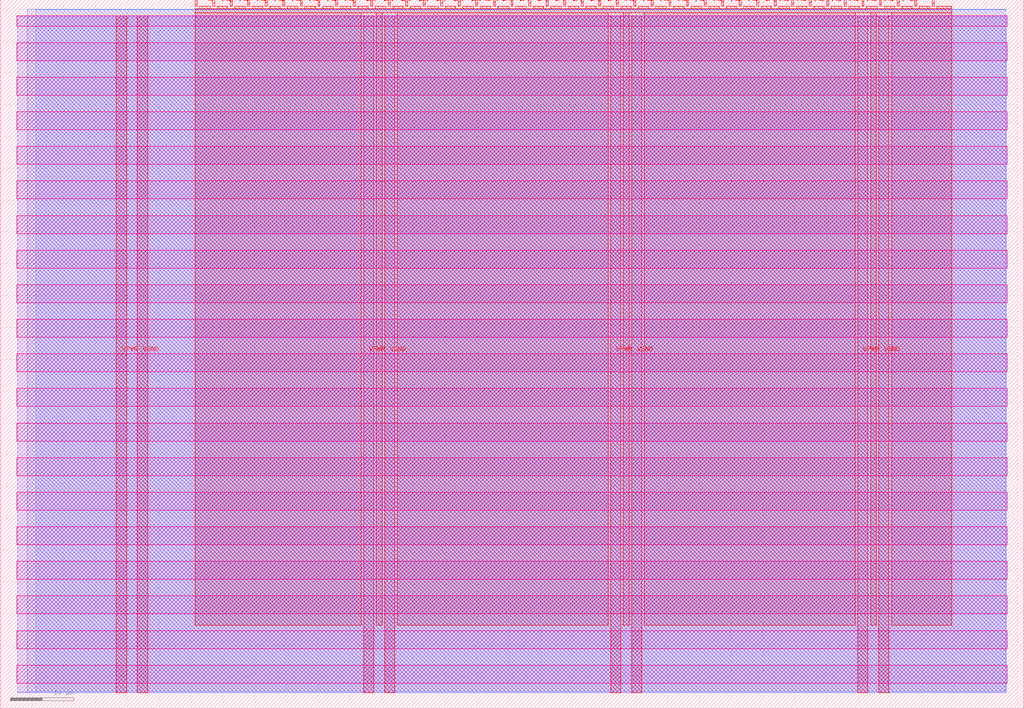
<source format=lef>
VERSION 5.7 ;
  NOWIREEXTENSIONATPIN ON ;
  DIVIDERCHAR "/" ;
  BUSBITCHARS "[]" ;
MACRO tt_um_urish_simon
  CLASS BLOCK ;
  FOREIGN tt_um_urish_simon ;
  ORIGIN 0.000 0.000 ;
  SIZE 161.000 BY 111.520 ;
  PIN VGND
    DIRECTION INOUT ;
    USE GROUND ;
    PORT
      LAYER met4 ;
        RECT 21.580 2.480 23.180 109.040 ;
    END
    PORT
      LAYER met4 ;
        RECT 60.450 2.480 62.050 109.040 ;
    END
    PORT
      LAYER met4 ;
        RECT 99.320 2.480 100.920 109.040 ;
    END
    PORT
      LAYER met4 ;
        RECT 138.190 2.480 139.790 109.040 ;
    END
  END VGND
  PIN VPWR
    DIRECTION INOUT ;
    USE POWER ;
    PORT
      LAYER met4 ;
        RECT 18.280 2.480 19.880 109.040 ;
    END
    PORT
      LAYER met4 ;
        RECT 57.150 2.480 58.750 109.040 ;
    END
    PORT
      LAYER met4 ;
        RECT 96.020 2.480 97.620 109.040 ;
    END
    PORT
      LAYER met4 ;
        RECT 134.890 2.480 136.490 109.040 ;
    END
  END VPWR
  PIN clk
    DIRECTION INPUT ;
    USE SIGNAL ;
    ANTENNAGATEAREA 0.852000 ;
    PORT
      LAYER met4 ;
        RECT 143.830 110.520 144.130 111.520 ;
    END
  END clk
  PIN ena
    DIRECTION INPUT ;
    USE SIGNAL ;
    PORT
      LAYER met4 ;
        RECT 146.590 110.520 146.890 111.520 ;
    END
  END ena
  PIN rst_n
    DIRECTION INPUT ;
    USE SIGNAL ;
    ANTENNAGATEAREA 0.126000 ;
    PORT
      LAYER met4 ;
        RECT 141.070 110.520 141.370 111.520 ;
    END
  END rst_n
  PIN ui_in[0]
    DIRECTION INPUT ;
    USE SIGNAL ;
    ANTENNAGATEAREA 0.126000 ;
    PORT
      LAYER met4 ;
        RECT 138.310 110.520 138.610 111.520 ;
    END
  END ui_in[0]
  PIN ui_in[1]
    DIRECTION INPUT ;
    USE SIGNAL ;
    ANTENNAGATEAREA 0.213000 ;
    PORT
      LAYER met4 ;
        RECT 135.550 110.520 135.850 111.520 ;
    END
  END ui_in[1]
  PIN ui_in[2]
    DIRECTION INPUT ;
    USE SIGNAL ;
    ANTENNAGATEAREA 0.196500 ;
    PORT
      LAYER met4 ;
        RECT 132.790 110.520 133.090 111.520 ;
    END
  END ui_in[2]
  PIN ui_in[3]
    DIRECTION INPUT ;
    USE SIGNAL ;
    ANTENNAGATEAREA 0.126000 ;
    PORT
      LAYER met4 ;
        RECT 130.030 110.520 130.330 111.520 ;
    END
  END ui_in[3]
  PIN ui_in[4]
    DIRECTION INPUT ;
    USE SIGNAL ;
    ANTENNAGATEAREA 0.159000 ;
    PORT
      LAYER met4 ;
        RECT 127.270 110.520 127.570 111.520 ;
    END
  END ui_in[4]
  PIN ui_in[5]
    DIRECTION INPUT ;
    USE SIGNAL ;
    PORT
      LAYER met4 ;
        RECT 124.510 110.520 124.810 111.520 ;
    END
  END ui_in[5]
  PIN ui_in[6]
    DIRECTION INPUT ;
    USE SIGNAL ;
    PORT
      LAYER met4 ;
        RECT 121.750 110.520 122.050 111.520 ;
    END
  END ui_in[6]
  PIN ui_in[7]
    DIRECTION INPUT ;
    USE SIGNAL ;
    PORT
      LAYER met4 ;
        RECT 118.990 110.520 119.290 111.520 ;
    END
  END ui_in[7]
  PIN uio_in[0]
    DIRECTION INPUT ;
    USE SIGNAL ;
    PORT
      LAYER met4 ;
        RECT 116.230 110.520 116.530 111.520 ;
    END
  END uio_in[0]
  PIN uio_in[1]
    DIRECTION INPUT ;
    USE SIGNAL ;
    PORT
      LAYER met4 ;
        RECT 113.470 110.520 113.770 111.520 ;
    END
  END uio_in[1]
  PIN uio_in[2]
    DIRECTION INPUT ;
    USE SIGNAL ;
    PORT
      LAYER met4 ;
        RECT 110.710 110.520 111.010 111.520 ;
    END
  END uio_in[2]
  PIN uio_in[3]
    DIRECTION INPUT ;
    USE SIGNAL ;
    PORT
      LAYER met4 ;
        RECT 107.950 110.520 108.250 111.520 ;
    END
  END uio_in[3]
  PIN uio_in[4]
    DIRECTION INPUT ;
    USE SIGNAL ;
    PORT
      LAYER met4 ;
        RECT 105.190 110.520 105.490 111.520 ;
    END
  END uio_in[4]
  PIN uio_in[5]
    DIRECTION INPUT ;
    USE SIGNAL ;
    PORT
      LAYER met4 ;
        RECT 102.430 110.520 102.730 111.520 ;
    END
  END uio_in[5]
  PIN uio_in[6]
    DIRECTION INPUT ;
    USE SIGNAL ;
    PORT
      LAYER met4 ;
        RECT 99.670 110.520 99.970 111.520 ;
    END
  END uio_in[6]
  PIN uio_in[7]
    DIRECTION INPUT ;
    USE SIGNAL ;
    PORT
      LAYER met4 ;
        RECT 96.910 110.520 97.210 111.520 ;
    END
  END uio_in[7]
  PIN uio_oe[0]
    DIRECTION OUTPUT ;
    USE SIGNAL ;
    ANTENNADIFFAREA 0.445500 ;
    PORT
      LAYER met4 ;
        RECT 49.990 110.520 50.290 111.520 ;
    END
  END uio_oe[0]
  PIN uio_oe[1]
    DIRECTION OUTPUT ;
    USE SIGNAL ;
    ANTENNADIFFAREA 0.445500 ;
    PORT
      LAYER met4 ;
        RECT 47.230 110.520 47.530 111.520 ;
    END
  END uio_oe[1]
  PIN uio_oe[2]
    DIRECTION OUTPUT ;
    USE SIGNAL ;
    ANTENNADIFFAREA 0.445500 ;
    PORT
      LAYER met4 ;
        RECT 44.470 110.520 44.770 111.520 ;
    END
  END uio_oe[2]
  PIN uio_oe[3]
    DIRECTION OUTPUT ;
    USE SIGNAL ;
    ANTENNADIFFAREA 0.445500 ;
    PORT
      LAYER met4 ;
        RECT 41.710 110.520 42.010 111.520 ;
    END
  END uio_oe[3]
  PIN uio_oe[4]
    DIRECTION OUTPUT ;
    USE SIGNAL ;
    ANTENNADIFFAREA 0.445500 ;
    PORT
      LAYER met4 ;
        RECT 38.950 110.520 39.250 111.520 ;
    END
  END uio_oe[4]
  PIN uio_oe[5]
    DIRECTION OUTPUT ;
    USE SIGNAL ;
    ANTENNADIFFAREA 0.445500 ;
    PORT
      LAYER met4 ;
        RECT 36.190 110.520 36.490 111.520 ;
    END
  END uio_oe[5]
  PIN uio_oe[6]
    DIRECTION OUTPUT ;
    USE SIGNAL ;
    ANTENNADIFFAREA 0.445500 ;
    PORT
      LAYER met4 ;
        RECT 33.430 110.520 33.730 111.520 ;
    END
  END uio_oe[6]
  PIN uio_oe[7]
    DIRECTION OUTPUT ;
    USE SIGNAL ;
    ANTENNADIFFAREA 0.445500 ;
    PORT
      LAYER met4 ;
        RECT 30.670 110.520 30.970 111.520 ;
    END
  END uio_oe[7]
  PIN uio_out[0]
    DIRECTION OUTPUT ;
    USE SIGNAL ;
    ANTENNADIFFAREA 0.445500 ;
    PORT
      LAYER met4 ;
        RECT 72.070 110.520 72.370 111.520 ;
    END
  END uio_out[0]
  PIN uio_out[1]
    DIRECTION OUTPUT ;
    USE SIGNAL ;
    ANTENNADIFFAREA 0.445500 ;
    PORT
      LAYER met4 ;
        RECT 69.310 110.520 69.610 111.520 ;
    END
  END uio_out[1]
  PIN uio_out[2]
    DIRECTION OUTPUT ;
    USE SIGNAL ;
    ANTENNADIFFAREA 0.445500 ;
    PORT
      LAYER met4 ;
        RECT 66.550 110.520 66.850 111.520 ;
    END
  END uio_out[2]
  PIN uio_out[3]
    DIRECTION OUTPUT ;
    USE SIGNAL ;
    ANTENNADIFFAREA 0.445500 ;
    PORT
      LAYER met4 ;
        RECT 63.790 110.520 64.090 111.520 ;
    END
  END uio_out[3]
  PIN uio_out[4]
    DIRECTION OUTPUT ;
    USE SIGNAL ;
    ANTENNADIFFAREA 0.445500 ;
    PORT
      LAYER met4 ;
        RECT 61.030 110.520 61.330 111.520 ;
    END
  END uio_out[4]
  PIN uio_out[5]
    DIRECTION OUTPUT ;
    USE SIGNAL ;
    ANTENNADIFFAREA 0.445500 ;
    PORT
      LAYER met4 ;
        RECT 58.270 110.520 58.570 111.520 ;
    END
  END uio_out[5]
  PIN uio_out[6]
    DIRECTION OUTPUT ;
    USE SIGNAL ;
    ANTENNADIFFAREA 0.445500 ;
    PORT
      LAYER met4 ;
        RECT 55.510 110.520 55.810 111.520 ;
    END
  END uio_out[6]
  PIN uio_out[7]
    DIRECTION OUTPUT ;
    USE SIGNAL ;
    ANTENNADIFFAREA 0.445500 ;
    PORT
      LAYER met4 ;
        RECT 52.750 110.520 53.050 111.520 ;
    END
  END uio_out[7]
  PIN uo_out[0]
    DIRECTION OUTPUT ;
    USE SIGNAL ;
    ANTENNAGATEAREA 0.247500 ;
    ANTENNADIFFAREA 0.445500 ;
    PORT
      LAYER met4 ;
        RECT 94.150 110.520 94.450 111.520 ;
    END
  END uo_out[0]
  PIN uo_out[1]
    DIRECTION OUTPUT ;
    USE SIGNAL ;
    ANTENNAGATEAREA 0.247500 ;
    ANTENNADIFFAREA 0.445500 ;
    PORT
      LAYER met4 ;
        RECT 91.390 110.520 91.690 111.520 ;
    END
  END uo_out[1]
  PIN uo_out[2]
    DIRECTION OUTPUT ;
    USE SIGNAL ;
    ANTENNAGATEAREA 0.247500 ;
    ANTENNADIFFAREA 0.445500 ;
    PORT
      LAYER met4 ;
        RECT 88.630 110.520 88.930 111.520 ;
    END
  END uo_out[2]
  PIN uo_out[3]
    DIRECTION OUTPUT ;
    USE SIGNAL ;
    ANTENNAGATEAREA 0.247500 ;
    ANTENNADIFFAREA 0.445500 ;
    PORT
      LAYER met4 ;
        RECT 85.870 110.520 86.170 111.520 ;
    END
  END uo_out[3]
  PIN uo_out[4]
    DIRECTION OUTPUT ;
    USE SIGNAL ;
    ANTENNADIFFAREA 0.795200 ;
    PORT
      LAYER met4 ;
        RECT 83.110 110.520 83.410 111.520 ;
    END
  END uo_out[4]
  PIN uo_out[5]
    DIRECTION OUTPUT ;
    USE SIGNAL ;
    ANTENNADIFFAREA 0.445500 ;
    PORT
      LAYER met4 ;
        RECT 80.350 110.520 80.650 111.520 ;
    END
  END uo_out[5]
  PIN uo_out[6]
    DIRECTION OUTPUT ;
    USE SIGNAL ;
    ANTENNADIFFAREA 0.445500 ;
    PORT
      LAYER met4 ;
        RECT 77.590 110.520 77.890 111.520 ;
    END
  END uo_out[6]
  PIN uo_out[7]
    DIRECTION OUTPUT ;
    USE SIGNAL ;
    ANTENNADIFFAREA 0.445500 ;
    PORT
      LAYER met4 ;
        RECT 74.830 110.520 75.130 111.520 ;
    END
  END uo_out[7]
  OBS
      LAYER nwell ;
        RECT 2.570 107.385 158.430 108.990 ;
        RECT 2.570 101.945 158.430 104.775 ;
        RECT 2.570 96.505 158.430 99.335 ;
        RECT 2.570 91.065 158.430 93.895 ;
        RECT 2.570 85.625 158.430 88.455 ;
        RECT 2.570 80.185 158.430 83.015 ;
        RECT 2.570 74.745 158.430 77.575 ;
        RECT 2.570 69.305 158.430 72.135 ;
        RECT 2.570 63.865 158.430 66.695 ;
        RECT 2.570 58.425 158.430 61.255 ;
        RECT 2.570 52.985 158.430 55.815 ;
        RECT 2.570 47.545 158.430 50.375 ;
        RECT 2.570 42.105 158.430 44.935 ;
        RECT 2.570 36.665 158.430 39.495 ;
        RECT 2.570 31.225 158.430 34.055 ;
        RECT 2.570 25.785 158.430 28.615 ;
        RECT 2.570 20.345 158.430 23.175 ;
        RECT 2.570 14.905 158.430 17.735 ;
        RECT 2.570 9.465 158.430 12.295 ;
        RECT 2.570 4.025 158.430 6.855 ;
      LAYER li1 ;
        RECT 2.760 2.635 158.240 108.885 ;
      LAYER met1 ;
        RECT 2.760 2.480 158.240 109.040 ;
      LAYER met2 ;
        RECT 4.240 2.535 158.150 110.005 ;
      LAYER met3 ;
        RECT 5.585 2.555 158.175 109.985 ;
      LAYER met4 ;
        RECT 31.370 110.120 33.030 110.520 ;
        RECT 34.130 110.120 35.790 110.520 ;
        RECT 36.890 110.120 38.550 110.520 ;
        RECT 39.650 110.120 41.310 110.520 ;
        RECT 42.410 110.120 44.070 110.520 ;
        RECT 45.170 110.120 46.830 110.520 ;
        RECT 47.930 110.120 49.590 110.520 ;
        RECT 50.690 110.120 52.350 110.520 ;
        RECT 53.450 110.120 55.110 110.520 ;
        RECT 56.210 110.120 57.870 110.520 ;
        RECT 58.970 110.120 60.630 110.520 ;
        RECT 61.730 110.120 63.390 110.520 ;
        RECT 64.490 110.120 66.150 110.520 ;
        RECT 67.250 110.120 68.910 110.520 ;
        RECT 70.010 110.120 71.670 110.520 ;
        RECT 72.770 110.120 74.430 110.520 ;
        RECT 75.530 110.120 77.190 110.520 ;
        RECT 78.290 110.120 79.950 110.520 ;
        RECT 81.050 110.120 82.710 110.520 ;
        RECT 83.810 110.120 85.470 110.520 ;
        RECT 86.570 110.120 88.230 110.520 ;
        RECT 89.330 110.120 90.990 110.520 ;
        RECT 92.090 110.120 93.750 110.520 ;
        RECT 94.850 110.120 96.510 110.520 ;
        RECT 97.610 110.120 99.270 110.520 ;
        RECT 100.370 110.120 102.030 110.520 ;
        RECT 103.130 110.120 104.790 110.520 ;
        RECT 105.890 110.120 107.550 110.520 ;
        RECT 108.650 110.120 110.310 110.520 ;
        RECT 111.410 110.120 113.070 110.520 ;
        RECT 114.170 110.120 115.830 110.520 ;
        RECT 116.930 110.120 118.590 110.520 ;
        RECT 119.690 110.120 121.350 110.520 ;
        RECT 122.450 110.120 124.110 110.520 ;
        RECT 125.210 110.120 126.870 110.520 ;
        RECT 127.970 110.120 129.630 110.520 ;
        RECT 130.730 110.120 132.390 110.520 ;
        RECT 133.490 110.120 135.150 110.520 ;
        RECT 136.250 110.120 137.910 110.520 ;
        RECT 139.010 110.120 140.670 110.520 ;
        RECT 141.770 110.120 143.430 110.520 ;
        RECT 144.530 110.120 146.190 110.520 ;
        RECT 147.290 110.120 149.665 110.520 ;
        RECT 30.655 109.440 149.665 110.120 ;
        RECT 30.655 13.095 56.750 109.440 ;
        RECT 59.150 13.095 60.050 109.440 ;
        RECT 62.450 13.095 95.620 109.440 ;
        RECT 98.020 13.095 98.920 109.440 ;
        RECT 101.320 13.095 134.490 109.440 ;
        RECT 136.890 13.095 137.790 109.440 ;
        RECT 140.190 13.095 149.665 109.440 ;
  END
END tt_um_urish_simon
END LIBRARY


</source>
